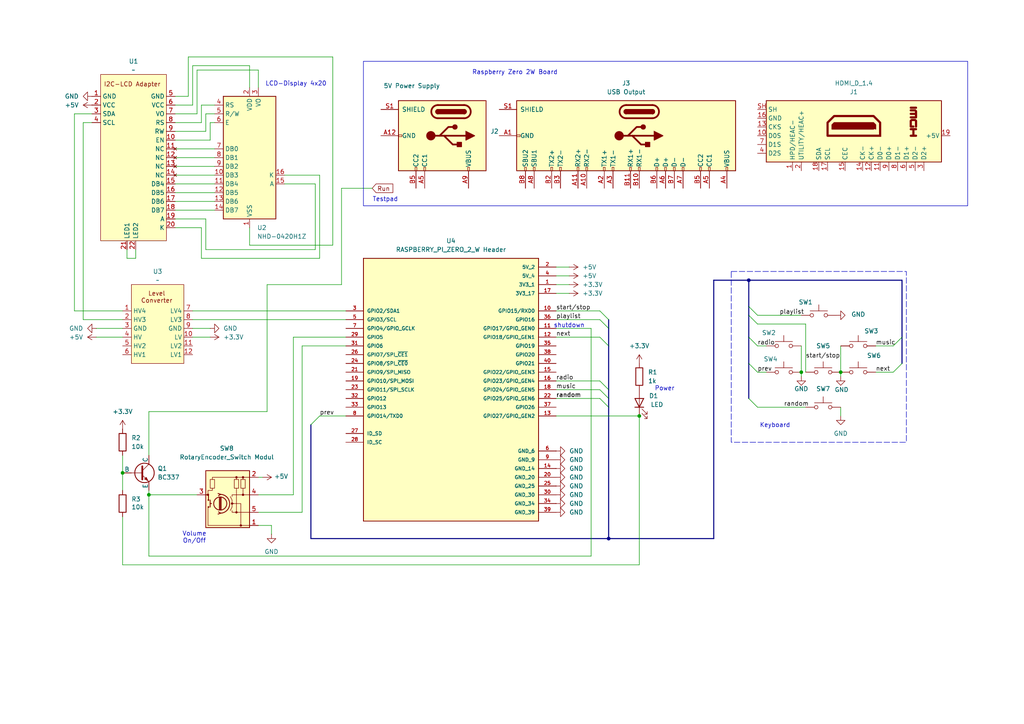
<source format=kicad_sch>
(kicad_sch (version 20231120) (generator "eeschema") (generator_version "8.0")
  (paper "A4")
  (lib_symbols
    (symbol "Connector:HDMI_D_1.4"
      (property "Reference" "J" (at -6.35 26.67 0))
      (property "Value" "HDMI_D_1.4" (at 10.16 26.67 0))
      (symbol "HDMI_D_1.4_0_0"
        (polyline (pts (xy 8.128 16.51) (xy 8.128 18.034)) (stroke (width 0.635)))
        (polyline (pts (xy 0 16.51) (xy 0 18.034) (xy 0 17.272) (xy 1.905 17.272) (xy 1.905 18.034) (xy 1.905 16.51)) (stroke (width 0.635)))
        (polyline (pts (xy 2.667 18.034) (xy 4.318 18.034) (xy 4.572 17.78) (xy 4.572 16.764) (xy 4.318 16.51) (xy 2.667 16.51) (xy 2.667 17.272)) (stroke (width 0.635)))
      )
      (symbol "HDMI_D_1.4_0_1"
        (rectangle (start -7.62 25.4) (end 10.16 -25.4) (stroke (width 0.254)) (fill (type background)))
        (polyline (pts (xy 0 7.62) (xy 3.81 7.62) (xy 5.715 5.715) (xy 5.715 -5.715) (xy 3.81 -7.62) (xy 0 -7.62) (xy 0 7.62)) (stroke (width 0.635)))
        (polyline (pts (xy 1.905 6.35) (xy 3.175 6.35) (xy 3.81 5.715) (xy 3.81 -5.715) (xy 3.175 -6.35) (xy 1.905 -6.35) (xy 1.905 5.715)) (stroke (width 0.254)) (fill (type outline)))
        (polyline (pts (xy 5.334 16.51) (xy 5.334 18.034) (xy 6.35 18.034) (xy 6.35 16.51) (xy 6.35 18.034) (xy 7.112 18.034) (xy 7.366 17.78) (xy 7.366 16.51)) (stroke (width 0.635)))
      )
      (symbol "HDMI_D_1.4_1_1"
        (pin passive line (at -10.16 -17.78 0) (length 2.54) (name "HPD/HEAC-") (number "1"))
        (pin power_in line (at 0 -27.94 90) (length 2.54) (name "D0S") (number "10"))
        (pin passive line (at -10.16 7.62 0) (length 2.54) (name "D0-") (number "11"))
        (pin passive line (at -10.16 5.08 0) (length 2.54) (name "CK+") (number "12"))
        (pin power_in line (at 2.54 -27.94 90) (length 2.54) (name "CKS") (number "13"))
        (pin passive line (at -10.16 2.54 0) (length 2.54) (name "CK-") (number "14"))
        (pin bidirectional line (at -10.16 -2.54 0) (length 2.54) (name "CEC") (number "15"))
        (pin power_in line (at 5.08 -27.94 90) (length 2.54) (name "GND") (number "16"))
        (pin passive line (at -10.16 -7.62 0) (length 2.54) (name "SCL") (number "17"))
        (pin bidirectional line (at -10.16 -10.16 0) (length 2.54) (name "SDA") (number "18"))
        (pin power_in line (at 0 27.94 270) (length 2.54) (name "+5V") (number "19"))
        (pin passive line (at -10.16 -15.24 0) (length 2.54) (name "UTILITY/HEAC+") (number "2"))
        (pin passive line (at -10.16 20.32 0) (length 2.54) (name "D2+") (number "3"))
        (pin power_in line (at -5.08 -27.94 90) (length 2.54) (name "D2S") (number "4"))
        (pin passive line (at -10.16 17.78 0) (length 2.54) (name "D2-") (number "5"))
        (pin passive line (at -10.16 15.24 0) (length 2.54) (name "D1+") (number "6"))
        (pin power_in line (at -2.54 -27.94 90) (length 2.54) (name "D1S") (number "7"))
        (pin passive line (at -10.16 12.7 0) (length 2.54) (name "D1-") (number "8"))
        (pin passive line (at -10.16 10.16 0) (length 2.54) (name "D0+") (number "9"))
        (pin passive line (at 7.62 -27.94 90) (length 2.54) (name "SH") (number "SH"))
      )
    )
    (symbol "Connector:USB_C_Receptacle" (pin_names (offset 1.016))
      (property "Reference" "J" (at -10.16 29.21 0))
      (property "Value" "USB_C_Receptacle" (at 10.16 29.21 0))
      (symbol "USB_C_Receptacle_0_0"
        (rectangle (start -0.254 -35.56) (end 0.254 -34.544))
        (rectangle (start 10.16 -32.766) (end 9.144 -33.274))
        (rectangle (start 10.16 -30.226) (end 9.144 -30.734))
        (rectangle (start 10.16 -25.146) (end 9.144 -25.654))
        (rectangle (start 10.16 -22.606) (end 9.144 -23.114))
        (rectangle (start 10.16 -17.526) (end 9.144 -18.034))
        (rectangle (start 10.16 -14.986) (end 9.144 -15.494))
        (rectangle (start 10.16 -9.906) (end 9.144 -10.414))
        (rectangle (start 10.16 -7.366) (end 9.144 -7.874))
        (rectangle (start 10.16 -2.286) (end 9.144 -2.794))
        (rectangle (start 10.16 0.254) (end 9.144 -0.254))
        (rectangle (start 10.16 5.334) (end 9.144 4.826))
        (rectangle (start 10.16 7.874) (end 9.144 7.366))
        (rectangle (start 10.16 10.414) (end 9.144 9.906))
        (rectangle (start 10.16 12.954) (end 9.144 12.446))
        (rectangle (start 10.16 18.034) (end 9.144 17.526))
        (rectangle (start 10.16 20.574) (end 9.144 20.066))
        (rectangle (start 10.16 25.654) (end 9.144 25.146))
      )
      (symbol "USB_C_Receptacle_0_1"
        (rectangle (start -10.16 27.94) (end 10.16 -35.56) (stroke (width 0.254)) (fill (type background)))
        (arc (start -8.89 -3.81) (mid -6.985 -5.7067) (end -5.08 -3.81) (stroke (width 0.508)))
        (arc (start -7.62 -3.81) (mid -6.985 -4.4423) (end -6.35 -3.81) (stroke (width 0.254)))
        (arc (start -7.62 -3.81) (mid -6.985 -4.4423) (end -6.35 -3.81) (stroke (width 0.254)) (fill (type outline)))
        (rectangle (start -7.62 -3.81) (end -6.35 3.81) (stroke (width 0.254)) (fill (type outline)))
        (arc (start -6.35 3.81) (mid -6.985 4.4423) (end -7.62 3.81) (stroke (width 0.254)))
        (arc (start -6.35 3.81) (mid -6.985 4.4423) (end -7.62 3.81) (stroke (width 0.254)) (fill (type outline)))
        (arc (start -5.08 3.81) (mid -6.985 5.7067) (end -8.89 3.81) (stroke (width 0.508)))
        (polyline (pts (xy -8.89 -3.81) (xy -8.89 3.81)) (stroke (width 0.508)))
        (polyline (pts (xy -5.08 3.81) (xy -5.08 -3.81)) (stroke (width 0.508)))
      )
      (symbol "USB_C_Receptacle_1_1"
        (circle (center -2.54 1.143) (radius 0.635) (stroke (width 0.254)) (fill (type outline)))
        (circle (center 0 -5.842) (radius 1.27) (fill (type outline)))
        (polyline (pts (xy 0 -5.842) (xy 0 4.318)) (stroke (width 0.508)))
        (polyline (pts (xy 0 -3.302) (xy -2.54 -0.762) (xy -2.54 0.508)) (stroke (width 0.508)))
        (polyline (pts (xy 0 -2.032) (xy 2.54 0.508) (xy 2.54 1.778)) (stroke (width 0.508)))
        (polyline (pts (xy -1.27 4.318) (xy 0 6.858) (xy 1.27 4.318) (xy -1.27 4.318)) (stroke (width 0.254)) (fill (type outline)))
        (rectangle (start 1.905 1.778) (end 3.175 3.048) (stroke (width 0.254)) (fill (type outline)))
        (pin passive line (at 0 -40.64 90) (length 5.08) (name "GND") (number "A1"))
        (pin bidirectional line (at 15.24 -15.24 180) (length 5.08) (name "RX2-") (number "A10"))
        (pin bidirectional line (at 15.24 -17.78 180) (length 5.08) (name "RX2+") (number "A11"))
        (pin passive line (at 0 -40.64 90) (length 5.08) hide (name "GND") (number "A12"))
        (pin bidirectional line (at 15.24 -10.16 180) (length 5.08) (name "TX1+") (number "A2"))
        (pin bidirectional line (at 15.24 -7.62 180) (length 5.08) (name "TX1-") (number "A3"))
        (pin passive line (at 15.24 25.4 180) (length 5.08) (name "VBUS") (number "A4"))
        (pin bidirectional line (at 15.24 20.32 180) (length 5.08) (name "CC1") (number "A5"))
        (pin bidirectional line (at 15.24 7.62 180) (length 5.08) (name "D+") (number "A6"))
        (pin bidirectional line (at 15.24 12.7 180) (length 5.08) (name "D-") (number "A7"))
        (pin bidirectional line (at 15.24 -30.48 180) (length 5.08) (name "SBU1") (number "A8"))
        (pin passive line (at 15.24 25.4 180) (length 5.08) hide (name "VBUS") (number "A9"))
        (pin passive line (at 0 -40.64 90) (length 5.08) hide (name "GND") (number "B1"))
        (pin bidirectional line (at 15.24 0 180) (length 5.08) (name "RX1-") (number "B10"))
        (pin bidirectional line (at 15.24 -2.54 180) (length 5.08) (name "RX1+") (number "B11"))
        (pin passive line (at 0 -40.64 90) (length 5.08) hide (name "GND") (number "B12"))
        (pin bidirectional line (at 15.24 -25.4 180) (length 5.08) (name "TX2+") (number "B2"))
        (pin bidirectional line (at 15.24 -22.86 180) (length 5.08) (name "TX2-") (number "B3"))
        (pin passive line (at 15.24 25.4 180) (length 5.08) hide (name "VBUS") (number "B4"))
        (pin bidirectional line (at 15.24 17.78 180) (length 5.08) (name "CC2") (number "B5"))
        (pin bidirectional line (at 15.24 5.08 180) (length 5.08) (name "D+") (number "B6"))
        (pin bidirectional line (at 15.24 10.16 180) (length 5.08) (name "D-") (number "B7"))
        (pin bidirectional line (at 15.24 -33.02 180) (length 5.08) (name "SBU2") (number "B8"))
        (pin passive line (at 15.24 25.4 180) (length 5.08) hide (name "VBUS") (number "B9"))
        (pin passive line (at -7.62 -40.64 90) (length 5.08) (name "SHIELD") (number "S1"))
      )
    )
    (symbol "Connector:USB_C_Receptacle_PowerOnly_6P" (pin_names (offset 1.016))
      (property "Reference" "J" (at 0 16.51 0))
      (property "Value" "USB_C_Receptacle_PowerOnly_6P" (at 0 13.97 0))
      (symbol "USB_C_Receptacle_PowerOnly_6P_0_0"
        (rectangle (start -0.254 -12.7) (end 0.254 -11.684))
        (rectangle (start 10.16 -7.366) (end 9.144 -7.874))
        (rectangle (start 10.16 -4.826) (end 9.144 -5.334))
        (rectangle (start 10.16 7.874) (end 9.144 7.366))
      )
      (symbol "USB_C_Receptacle_PowerOnly_6P_0_1"
        (rectangle (start -10.16 12.7) (end 10.16 -12.7) (stroke (width 0.254)) (fill (type background)))
        (arc (start -8.89 -1.27) (mid -6.985 -3.1667) (end -5.08 -1.27) (stroke (width 0.508)))
        (arc (start -7.62 -1.27) (mid -6.985 -1.9023) (end -6.35 -1.27) (stroke (width 0.254)))
        (arc (start -7.62 -1.27) (mid -6.985 -1.9023) (end -6.35 -1.27) (stroke (width 0.254)) (fill (type outline)))
        (rectangle (start -7.62 -1.27) (end -6.35 6.35) (stroke (width 0.254)) (fill (type outline)))
        (arc (start -6.35 6.35) (mid -6.985 6.9823) (end -7.62 6.35) (stroke (width 0.254)))
        (arc (start -6.35 6.35) (mid -6.985 6.9823) (end -7.62 6.35) (stroke (width 0.254)) (fill (type outline)))
        (arc (start -5.08 6.35) (mid -6.985 8.2467) (end -8.89 6.35) (stroke (width 0.508)))
        (circle (center -2.54 3.683) (radius 0.635) (stroke (width 0.254)) (fill (type outline)))
        (circle (center 0 -3.302) (radius 1.27) (fill (type outline)))
        (polyline (pts (xy -8.89 -1.27) (xy -8.89 6.35)) (stroke (width 0.508)))
        (polyline (pts (xy -5.08 6.35) (xy -5.08 -1.27)) (stroke (width 0.508)))
        (polyline (pts (xy 0 -3.302) (xy 0 6.858)) (stroke (width 0.508)))
        (polyline (pts (xy 0 -0.762) (xy -2.54 1.778) (xy -2.54 3.048)) (stroke (width 0.508)))
        (polyline (pts (xy 0 0.508) (xy 2.54 3.048) (xy 2.54 4.318)) (stroke (width 0.508)))
        (polyline (pts (xy -1.27 6.858) (xy 0 9.398) (xy 1.27 6.858) (xy -1.27 6.858)) (stroke (width 0.254)) (fill (type outline)))
        (rectangle (start 1.905 4.318) (end 3.175 5.588) (stroke (width 0.254)) (fill (type outline)))
      )
      (symbol "USB_C_Receptacle_PowerOnly_6P_1_1"
        (pin passive line (at 0 -17.78 90) (length 5.08) (name "GND") (number "A12"))
        (pin bidirectional line (at 15.24 -5.08 180) (length 5.08) (name "CC1") (number "A5"))
        (pin passive line (at 15.24 7.62 180) (length 5.08) (name "VBUS") (number "A9"))
        (pin passive line (at 0 -17.78 90) (length 5.08) hide (name "GND") (number "B12"))
        (pin bidirectional line (at 15.24 -7.62 180) (length 5.08) (name "CC2") (number "B5"))
        (pin passive line (at 15.24 7.62 180) (length 5.08) hide (name "VBUS") (number "B9"))
        (pin passive line (at -7.62 -17.78 90) (length 5.08) (name "SHIELD") (number "S1"))
      )
    )
    (symbol "Device:LED" (pin_numbers hide) (pin_names (offset 1.016) hide)
      (property "Reference" "D" (at 0 2.54 0))
      (property "Value" "LED" (at 0 -2.54 0))
      (symbol "LED_0_1"
        (polyline (pts (xy -1.27 -1.27) (xy -1.27 1.27)) (stroke (width 0.254)))
        (polyline (pts (xy -1.27 0) (xy 1.27 0)))
        (polyline (pts (xy 1.27 -1.27) (xy 1.27 1.27) (xy -1.27 0) (xy 1.27 -1.27)) (stroke (width 0.254)))
        (polyline (pts (xy -3.048 -0.762) (xy -4.572 -2.286) (xy -3.81 -2.286) (xy -4.572 -2.286) (xy -4.572 -1.524)))
        (polyline (pts (xy -1.778 -0.762) (xy -3.302 -2.286) (xy -2.54 -2.286) (xy -3.302 -2.286) (xy -3.302 -1.524)))
      )
      (symbol "LED_1_1"
        (pin passive line (at -3.81 0 0) (length 2.54) (name "K") (number "1"))
        (pin passive line (at 3.81 0 180) (length 2.54) (name "A") (number "2"))
      )
    )
    (symbol "Device:R" (pin_numbers hide) (pin_names (offset 0))
      (property "Reference" "R" (at 2.032 0 90))
      (property "Value" "R" (at 0 0 90))
      (symbol "R_0_1"
        (rectangle (start -1.016 -2.54) (end 1.016 2.54) (stroke (width 0.254)))
      )
      (symbol "R_1_1"
        (pin passive line (at 0 3.81 270) (length 1.27) (name "~") (number "1"))
        (pin passive line (at 0 -3.81 90) (length 1.27) (name "~") (number "2"))
      )
    )
    (symbol "Device:RotaryEncoder_Switch" (pin_names (offset 0.254) hide)
      (property "Reference" "SW1" (at 1.524 16.002 0))
      (property "Value" "RotaryEncoder_Switch Modul" (at 1.524 13.462 0))
      (symbol "RotaryEncoder_Switch_0_1"
        (rectangle (start -5.08 9.525) (end 7.62 -6.985) (stroke (width 0.254)) (fill (type background)))
        (rectangle (start -3.81 6.985) (end -2.54 4.445))
        (rectangle (start -1.905 6.985) (end -0.635 4.445))
        (polyline (pts (xy -5.08 -6.35) (xy -5.08 -6.35)))
        (polyline (pts (xy -5.08 -2.54) (xy -1.27 -2.54)))
        (polyline (pts (xy -5.08 2.54) (xy -1.27 2.54)))
        (polyline (pts (xy -2.54 -6.35) (xy -5.08 -6.35)))
        (polyline (pts (xy -2.54 -6.35) (xy 6.985 -6.35)))
        (polyline (pts (xy 3.175 -1.778) (xy 3.175 1.778)) (stroke (width 0.254)))
        (polyline (pts (xy 3.429 -1.778) (xy 3.429 1.778)) (stroke (width 0.254)))
        (polyline (pts (xy 3.683 1.778) (xy 3.683 -1.778)) (stroke (width 0.254)))
        (polyline (pts (xy 6.35 0) (xy 5.969 0)) (stroke (width 0.254)))
        (polyline (pts (xy 6.35 1.016) (xy 6.35 -1.016)) (stroke (width 0.254)))
        (polyline (pts (xy 6.985 -1.27) (xy 6.985 -6.35)))
        (polyline (pts (xy -1.27 -2.54) (xy 0 -2.54) (xy 0 -2.032)))
        (polyline (pts (xy -1.27 0) (xy -2.54 0) (xy -2.54 -6.35)))
        (polyline (pts (xy -1.27 2.54) (xy 0 2.54) (xy 0 2.032)))
        (polyline (pts (xy 4.064 -3.048) (xy 3.302 -2.794) (xy 3.937 -2.413)) (stroke (width 0.254)))
        (polyline (pts (xy 4.064 2.921) (xy 3.302 2.667) (xy 3.937 2.286)) (stroke (width 0.254)))
        (polyline (pts (xy 7.62 2.54) (xy 6.858 2.54) (xy 6.858 1.016)) (stroke (width 0.254)))
        (polyline (pts (xy -1.27 0) (xy 0 0) (xy 0 -1.016) (xy 0.508 -2.032)))
        (polyline (pts (xy -0.508 0) (xy 0 0) (xy 0 1.016) (xy 0.508 2.032)))
        (circle (center 3.429 0) (radius 1.905) (stroke (width 0.254)))
        (arc (start 3.429 2.667) (mid 0.7112 -0.0635) (end 3.429 -2.794) (stroke (width 0.254)))
        (rectangle (start 5.08 6.985) (end 6.35 4.445))
        (circle (center 6.858 -1.016) (radius 0.127) (stroke (width 0.254)))
        (circle (center 6.858 1.016) (radius 0.127) (stroke (width 0.254)))
      )
      (symbol "RotaryEncoder_Switch_1_1"
        (circle (center -3.175 2.54) (radius 0.254) (fill (type outline)))
        (circle (center -3.175 7.62) (radius 0.254) (fill (type outline)))
        (circle (center -2.54 -6.35) (radius 0.254) (fill (type outline)))
        (circle (center -1.27 -2.54) (radius 0.254) (fill (type outline)))
        (circle (center -1.27 7.62) (radius 0.254) (fill (type outline)))
        (polyline (pts (xy -5.08 7.62) (xy -3.175 7.62)))
        (polyline (pts (xy -3.175 4.445) (xy -3.175 2.54)))
        (polyline (pts (xy -1.27 4.445) (xy -1.27 -2.54)))
        (polyline (pts (xy -1.27 6.985) (xy -1.27 7.62)))
        (polyline (pts (xy -3.175 6.985) (xy -3.175 7.62) (xy 5.715 7.62) (xy 5.715 6.985)))
        (polyline (pts (xy 5.715 4.445) (xy 5.715 3.81) (xy 6.985 3.81) (xy 6.985 2.54)))
        (circle (center 0 0) (radius 0.254) (fill (type outline)))
        (circle (center 6.985 2.54) (radius 0.254) (fill (type outline)))
        (pin passive line (at -7.62 -6.35 0) (length 2.54) (name "GND") (number "1"))
        (pin passive line (at -7.62 7.62 0) (length 2.54) (name "+") (number "2"))
        (pin passive line (at 10.16 2.54 180) (length 2.54) (name "SW") (number "3"))
        (pin passive line (at -7.62 2.54 0) (length 2.54) (name "DT") (number "4"))
        (pin passive line (at -7.62 -2.54 0) (length 2.54) (name "CLK") (number "5"))
      )
    )
    (symbol "Display_Character:NHD-0420H1Z"
      (property "Reference" "U" (at -6.35 19.05 0))
      (property "Value" "NHD-0420H1Z" (at 5.08 19.05 0))
      (symbol "NHD-0420H1Z_0_1"
        (rectangle (start -7.62 17.78) (end 7.62 -17.78) (stroke (width 0.254)) (fill (type background)))
      )
      (symbol "NHD-0420H1Z_1_1"
        (pin power_in line (at 0 -20.32 90) (length 2.54) (name "VSS") (number "1"))
        (pin bidirectional line (at -10.16 -5.08 0) (length 2.54) (name "DB3") (number "10"))
        (pin bidirectional line (at -10.16 -7.62 0) (length 2.54) (name "DB4") (number "11"))
        (pin bidirectional line (at -10.16 -10.16 0) (length 2.54) (name "DB5") (number "12"))
        (pin bidirectional line (at -10.16 -12.7 0) (length 2.54) (name "DB6") (number "13"))
        (pin bidirectional line (at -10.16 -15.24 0) (length 2.54) (name "DB7") (number "14"))
        (pin passive line (at 10.16 -7.62 180) (length 2.54) (name "A") (number "15"))
        (pin passive line (at 10.16 -5.08 180) (length 2.54) (name "K") (number "16"))
        (pin power_in line (at 0 20.32 270) (length 2.54) (name "VDD") (number "2"))
        (pin power_in line (at 2.54 20.32 270) (length 2.54) (name "VO") (number "3"))
        (pin input line (at -10.16 15.24 0) (length 2.54) (name "RS") (number "4"))
        (pin input line (at -10.16 12.7 0) (length 2.54) (name "R/W") (number "5"))
        (pin input line (at -10.16 10.16 0) (length 2.54) (name "E") (number "6"))
        (pin bidirectional line (at -10.16 2.54 0) (length 2.54) (name "DB0") (number "7"))
        (pin bidirectional line (at -10.16 0 0) (length 2.54) (name "DB1") (number "8"))
        (pin bidirectional line (at -10.16 -2.54 0) (length 2.54) (name "DB2") (number "9"))
      )
    )
    (symbol "My_Library:5to3.3"
      (property "Reference" "U" (at 0 0 0))
      (symbol "5to3.3_0_0"
        (pin unspecified line (at -8.89 -10.16 0) (length 2.54) (name "HV4") (number "1"))
        (pin power_in line (at 11.43 -17.78 180) (length 2.54) (name "LV") (number "10"))
        (pin unspecified line (at 11.43 -20.32 180) (length 2.54) (name "LV2") (number "11"))
        (pin unspecified line (at 11.43 -22.86 180) (length 2.54) (name "LV1") (number "12"))
        (pin unspecified line (at -8.89 -12.7 0) (length 2.54) (name "HV3") (number "2"))
        (pin power_in line (at -8.89 -15.24 0) (length 2.54) (name "GND") (number "3"))
        (pin power_in line (at -8.89 -17.78 0) (length 2.54) (name "HV") (number "4"))
        (pin unspecified line (at -8.89 -20.32 0) (length 2.54) (name "HV2") (number "5"))
        (pin unspecified line (at -8.89 -22.86 0) (length 2.54) (name "HV1") (number "6"))
        (pin unspecified line (at 11.43 -10.16 180) (length 2.54) (name "LV4") (number "7"))
        (pin unspecified line (at 11.43 -12.7 180) (length 2.54) (name "LV3") (number "8"))
        (pin power_in line (at 11.43 -15.24 180) (length 2.54) (name "GND") (number "9"))
      )
      (symbol "5to3.3_0_1"
        (rectangle (start -6.35 -2.54) (end 8.89 -25.4) (fill (type background)))
      )
      (symbol "5to3.3_1_1"
        (text "Level\nConverter" (at 1.016 -6.096 0) (effects (font (size 1.27 1.27))))
      )
    )
    (symbol "My_Library:I2C_LCD_Interface"
      (property "Reference" "U" (at -4.064 23.114 0))
      (symbol "I2C_LCD_Interface_0_0"
        (pin power_in line (at -11.43 13.97 0) (length 2.54) (name "GND") (number "1"))
        (pin no_connect line (at 12.7 -1.27 180) (length 2.54) (name "NC") (number "11"))
        (pin no_connect line (at 12.7 -3.81 180) (length 2.54) (name "NC") (number "12"))
        (pin no_connect line (at 12.7 -6.35 180) (length 2.54) (name "NC") (number "13"))
        (pin no_connect line (at 12.7 -8.89 180) (length 2.54) (name "NC") (number "14"))
        (pin passive line (at 12.7 -11.43 180) (length 2.54) (name "DB4") (number "15"))
        (pin passive line (at 12.7 -13.97 180) (length 2.54) (name "DB5") (number "16"))
        (pin passive line (at 12.7 -16.51 180) (length 2.54) (name "DB6") (number "17"))
        (pin passive line (at 12.7 -19.05 180) (length 2.54) (name "DB7") (number "18"))
        (pin passive line (at 12.7 -21.59 180) (length 2.54) (name "A") (number "19"))
        (pin power_in line (at -11.43 11.43 0) (length 2.54) (name "VCC") (number "2"))
        (pin passive line (at 12.7 -24.13 180) (length 2.54) (name "K") (number "20"))
        (pin passive line (at -1.27 -30.48 90) (length 2.54) (name "LED1") (number "21"))
        (pin passive line (at 1.27 -30.48 90) (length 2.54) (name "LED2") (number "22"))
        (pin bidirectional line (at -11.43 8.89 0) (length 2.54) (name "SDA") (number "3"))
        (pin bidirectional line (at -11.43 6.35 0) (length 2.54) (name "SCL") (number "4"))
        (pin passive line (at 12.7 8.89 180) (length 2.54) (name "VO") (number "7"))
        (pin passive line (at 12.7 6.35 180) (length 2.54) (name "RS") (number "8"))
        (pin passive line (at 12.7 3.81 180) (length 2.54) (name "RW") (number "9"))
      )
      (symbol "I2C_LCD_Interface_0_1"
        (rectangle (start -8.89 20.32) (end 10.16 -27.94) (fill (type background)))
      )
      (symbol "I2C_LCD_Interface_1_0"
        (pin passive line (at 12.7 1.27 180) (length 2.54) (name "EN") (number "10"))
        (pin power_in line (at 12.7 13.97 180) (length 2.54) (name "GND") (number "5"))
        (pin power_in line (at 12.7 11.43 180) (length 2.54) (name "VCC") (number "6"))
      )
      (symbol "I2C_LCD_Interface_1_1"
        (text "I2C-LCD Adapter" (at 0.254 17.526 0) (effects (font (size 1.27 1.27))))
      )
    )
    (symbol "RASPBERRY_PI_ZERO_2_W:RASPBERRY_PI_ZERO_2_W" (pin_names (offset 1.016))
      (property "Reference" "U" (at -25.42 39.3962 0))
      (property "Value" "RASPBERRY_PI_ZERO_2_W" (at -25.4191 -40.6687 0))
      (symbol "RASPBERRY_PI_ZERO_2_W_0_0"
        (rectangle (start -25.4 -38.1) (end 25.4 38.1) (stroke (width 0.254)) (fill (type background)))
        (pin power_in line (at 30.48 30.48 180) (length 5.08) (name "3V3_1") (number "1"))
        (pin bidirectional line (at 30.48 22.86 180) (length 5.08) (name "GPIO15/RXD0") (number "10"))
        (pin bidirectional line (at 30.48 17.78 180) (length 5.08) (name "GPIO17/GPIO_GEN0") (number "11"))
        (pin bidirectional line (at 30.48 15.24 180) (length 5.08) (name "GPIO18/GPIO_GEN1") (number "12"))
        (pin bidirectional line (at 30.48 -7.62 180) (length 5.08) (name "GPIO27/GPIO_GEN2") (number "13"))
        (pin power_in line (at 30.48 -22.86 180) (length 5.08) (name "GND_14") (number "14"))
        (pin bidirectional line (at 30.48 5.08 180) (length 5.08) (name "GPIO22/GPIO_GEN3") (number "15"))
        (pin bidirectional line (at 30.48 2.54 180) (length 5.08) (name "GPIO23/GPIO_GEN4") (number "16"))
        (pin power_in line (at 30.48 27.94 180) (length 5.08) (name "3V3_17") (number "17"))
        (pin bidirectional line (at 30.48 0 180) (length 5.08) (name "GPIO24/GPIO_GEN5") (number "18"))
        (pin bidirectional line (at -30.48 2.54 0) (length 5.08) (name "GPIO10/SPI_MOSI") (number "19"))
        (pin power_in line (at 30.48 35.56 180) (length 5.08) (name "5V_2") (number "2"))
        (pin power_in line (at 30.48 -25.4 180) (length 5.08) (name "GND_20") (number "20"))
        (pin bidirectional line (at -30.48 5.08 0) (length 5.08) (name "GPIO9/SPI_MISO") (number "21"))
        (pin bidirectional line (at 30.48 -2.54 180) (length 5.08) (name "GPIO25/GPIO_GEN6") (number "22"))
        (pin bidirectional line (at -30.48 0 0) (length 5.08) (name "GPIO11/SPI_SCLK") (number "23"))
        (pin bidirectional line (at -30.48 7.62 0) (length 5.08) (name "GPIO8/SPI_~{CE0}") (number "24"))
        (pin power_in line (at 30.48 -27.94 180) (length 5.08) (name "GND_25") (number "25"))
        (pin bidirectional line (at -30.48 10.16 0) (length 5.08) (name "GPIO7/SPI_~{CE1}") (number "26"))
        (pin bidirectional line (at -30.48 -12.7 0) (length 5.08) (name "ID_SD") (number "27"))
        (pin bidirectional line (at -30.48 -15.24 0) (length 5.08) (name "ID_SC") (number "28"))
        (pin bidirectional line (at -30.48 15.24 0) (length 5.08) (name "GPIO5") (number "29"))
        (pin bidirectional line (at -30.48 22.86 0) (length 5.08) (name "GPIO2/SDA1") (number "3"))
        (pin power_in line (at 30.48 -30.48 180) (length 5.08) (name "GND_30") (number "30"))
        (pin bidirectional line (at -30.48 12.7 0) (length 5.08) (name "GPIO6") (number "31"))
        (pin bidirectional line (at -30.48 -2.54 0) (length 5.08) (name "GPIO12") (number "32"))
        (pin bidirectional line (at -30.48 -5.08 0) (length 5.08) (name "GPIO13") (number "33"))
        (pin power_in line (at 30.48 -33.02 180) (length 5.08) (name "GND_34") (number "34"))
        (pin bidirectional line (at 30.48 12.7 180) (length 5.08) (name "GPIO19") (number "35"))
        (pin bidirectional line (at 30.48 20.32 180) (length 5.08) (name "GPIO16") (number "36"))
        (pin bidirectional line (at 30.48 -5.08 180) (length 5.08) (name "GPIO26") (number "37"))
        (pin bidirectional line (at 30.48 10.16 180) (length 5.08) (name "GPIO20") (number "38"))
        (pin power_in line (at 30.48 -35.56 180) (length 5.08) (name "GND_39") (number "39"))
        (pin power_in line (at 30.48 33.02 180) (length 5.08) (name "5V_4") (number "4"))
        (pin bidirectional line (at 30.48 7.62 180) (length 5.08) (name "GPIO21") (number "40"))
        (pin bidirectional line (at -30.48 20.32 0) (length 5.08) (name "GPIO3/SCL") (number "5"))
        (pin power_in line (at 30.48 -17.78 180) (length 5.08) (name "GND_6") (number "6"))
        (pin bidirectional line (at -30.48 17.78 0) (length 5.08) (name "GPIO4/GPIO_GCLK") (number "7"))
        (pin bidirectional line (at -30.48 -7.62 0) (length 5.08) (name "GPIO14/TXD0") (number "8"))
        (pin power_in line (at 30.48 -20.32 180) (length 5.08) (name "GND_9") (number "9"))
      )
    )
    (symbol "Simulation_SPICE:NPN" (pin_numbers hide) (pin_names (offset 0))
      (property "Reference" "Q" (at -2.54 7.62 0))
      (property "Value" "NPN" (at -2.54 5.08 0))
      (symbol "NPN_0_1"
        (polyline (pts (xy -2.54 0) (xy 0.635 0)) (stroke (width 0.1524)))
        (polyline (pts (xy 0.635 0.635) (xy 2.54 2.54)))
        (polyline (pts (xy 2.794 -1.27) (xy 2.794 -1.27)) (stroke (width 0.1524)))
        (polyline (pts (xy 2.794 -1.27) (xy 2.794 -1.27)) (stroke (width 0.1524)))
        (polyline (pts (xy 0.635 -0.635) (xy 2.54 -2.54) (xy 2.54 -2.54)))
        (polyline (pts (xy 0.635 1.905) (xy 0.635 -1.905) (xy 0.635 -1.905)) (stroke (width 0.508)))
        (polyline (pts (xy 1.27 -1.778) (xy 1.778 -1.27) (xy 2.286 -2.286) (xy 1.27 -1.778) (xy 1.27 -1.778)) (fill (type outline)))
        (circle (center 1.27 0) (radius 2.8194) (stroke (width 0.254)))
      )
      (symbol "NPN_1_1"
        (pin open_collector line (at 2.54 5.08 270) (length 2.54) (name "C") (number "1"))
        (pin input line (at -5.08 0 0) (length 2.54) (name "B") (number "2"))
        (pin open_emitter line (at 2.54 -5.08 90) (length 2.54) (name "E") (number "3"))
      )
    )
    (symbol "Switch:SW_Push" (pin_numbers hide) (pin_names (offset 1.016) hide)
      (property "Reference" "SW" (at 1.27 2.54 0))
      (property "Value" "SW_Push" (at 0 -1.524 0))
      (symbol "SW_Push_0_1"
        (circle (center -2.032 0) (radius 0.508))
        (polyline (pts (xy 0 1.27) (xy 0 3.048)))
        (polyline (pts (xy 2.54 1.27) (xy -2.54 1.27)))
        (circle (center 2.032 0) (radius 0.508))
        (pin passive line (at -5.08 0 0) (length 2.54) (name "1") (number "1"))
        (pin passive line (at 5.08 0 180) (length 2.54) (name "2") (number "2"))
      )
    )
    (symbol "power:+3.3V" (power) (pin_numbers hide) (pin_names (offset 0) hide)
      (property "Value" "+3.3V" (at 0 3.556 0))
      (symbol "+3.3V_0_1"
        (polyline (pts (xy -0.762 1.27) (xy 0 2.54)))
        (polyline (pts (xy 0 0) (xy 0 2.54)))
        (polyline (pts (xy 0 2.54) (xy 0.762 1.27)))
      )
      (symbol "+3.3V_1_1"
        (pin power_in line (at 0 0 90) (length 0) (name "~") (number "1"))
      )
    )
    (symbol "power:+5V" (power) (pin_numbers hide) (pin_names (offset 0) hide)
      (property "Value" "+5V" (at 0 3.556 0))
      (symbol "+5V_0_1"
        (polyline (pts (xy -0.762 1.27) (xy 0 2.54)))
        (polyline (pts (xy 0 0) (xy 0 2.54)))
        (polyline (pts (xy 0 2.54) (xy 0.762 1.27)))
      )
      (symbol "+5V_1_1"
        (pin power_in line (at 0 0 90) (length 0) (name "~") (number "1"))
      )
    )
    (symbol "power:GND" (power) (pin_numbers hide) (pin_names (offset 0) hide)
      (property "Value" "GND" (at 0 -3.81 0))
      (symbol "GND_0_1"
        (polyline (pts (xy 0 0) (xy 0 -1.27) (xy 1.27 -1.27) (xy 0 -2.54) (xy -1.27 -1.27) (xy 0 -1.27)))
      )
      (symbol "GND_1_1"
        (pin power_in line (at 0 0 270) (length 0) (name "~") (number "1"))
      )
    )
  )
  (junction (at 185.42 120.65))
  (junction (at 232.41 107.95))
  (junction (at 35.56 137.16))
  (junction (at 217.17 81.28))
  (junction (at 243.84 107.95))
  (junction (at 176.53 156.21))
  (junction (at 43.18 143.51))
  (bus_entry (at 173.99 92.71) (size 2.54 2.54))
  (bus_entry (at 173.99 115.57) (size 2.54 2.54))
  (bus_entry (at 217.17 105.41) (size 2.54 2.54))
  (bus_entry (at 261.62 105.41) (size -2.54 2.54))
  (bus_entry (at 219.71 118.11) (size -2.54 -2.54))
  (bus_entry (at 90.17 123.19) (size 2.54 -2.54))
  (bus_entry (at 173.99 113.03) (size 2.54 2.54))
  (bus_entry (at 173.99 97.79) (size 2.54 2.54))
  (bus_entry (at 173.99 90.17) (size 2.54 2.54))
  (bus_entry (at 217.17 91.44) (size 2.54 2.54))
  (bus_entry (at 173.99 110.49) (size 2.54 2.54))
  (bus_entry (at 217.17 97.79) (size 2.54 2.54))
  (bus_entry (at 261.62 97.79) (size -2.54 2.54))
  (bus_entry (at 217.17 88.9) (size 2.54 2.54))
  (wire (pts (xy 59.69 63.5) (xy 59.69 72.39)))
  (wire (pts (xy 21.59 33.02) (xy 21.59 90.17)))
  (wire (pts (xy 233.68 93.98) (xy 233.68 107.95)))
  (wire (pts (xy 43.18 143.51) (xy 57.15 143.51)))
  (wire (pts (xy 185.42 163.83) (xy 185.42 120.65)))
  (wire (pts (xy 72.39 71.12) (xy 72.39 66.04)))
  (bus (pts (xy 217.17 91.44) (xy 217.17 97.79)))
  (wire (pts (xy 50.8 45.72) (xy 62.23 45.72)))
  (wire (pts (xy 50.8 40.64) (xy 60.96 40.64)))
  (wire (pts (xy 74.93 143.51) (xy 85.09 143.51)))
  (wire (pts (xy 171.45 95.25) (xy 161.29 95.25)))
  (wire (pts (xy 59.69 33.02) (xy 62.23 33.02)))
  (wire (pts (xy 60.96 40.64) (xy 60.96 35.56)))
  (wire (pts (xy 58.42 74.93) (xy 92.71 74.93)))
  (wire (pts (xy 254 100.33) (xy 259.08 100.33)))
  (wire (pts (xy 161.29 120.65) (xy 185.42 120.65)))
  (bus (pts (xy 176.53 115.57) (xy 176.53 118.11)))
  (wire (pts (xy 77.47 82.55) (xy 77.47 119.38)))
  (wire (pts (xy 77.47 119.38) (xy 43.18 119.38)))
  (wire (pts (xy 50.8 30.48) (xy 55.88 30.48)))
  (wire (pts (xy 91.44 72.39) (xy 91.44 53.34)))
  (wire (pts (xy 35.56 137.16) (xy 35.56 142.24)))
  (wire (pts (xy 161.29 115.57) (xy 173.99 115.57)))
  (wire (pts (xy 55.88 95.25) (xy 60.96 95.25)))
  (wire (pts (xy 50.8 27.94) (xy 54.61 27.94)))
  (wire (pts (xy 43.18 119.38) (xy 43.18 132.08)))
  (wire (pts (xy 74.93 20.32) (xy 74.93 25.4)))
  (wire (pts (xy 78.74 152.4) (xy 78.74 154.94)))
  (wire (pts (xy 96.52 71.12) (xy 72.39 71.12)))
  (wire (pts (xy 74.93 148.59) (xy 87.63 148.59)))
  (wire (pts (xy 50.8 50.8) (xy 62.23 50.8)))
  (wire (pts (xy 232.41 100.33) (xy 232.41 107.95)))
  (wire (pts (xy 161.29 90.17) (xy 173.99 90.17)))
  (wire (pts (xy 39.37 74.93) (xy 39.37 72.39)))
  (wire (pts (xy 96.52 16.51) (xy 96.52 71.12)))
  (wire (pts (xy 55.88 30.48) (xy 55.88 19.05)))
  (wire (pts (xy 87.63 148.59) (xy 87.63 100.33)))
  (wire (pts (xy 58.42 66.04) (xy 58.42 74.93)))
  (wire (pts (xy 58.42 35.56) (xy 58.42 30.48)))
  (wire (pts (xy 219.71 93.98) (xy 233.68 93.98)))
  (wire (pts (xy 219.71 91.44) (xy 232.41 91.44)))
  (wire (pts (xy 171.45 161.29) (xy 171.45 95.25)))
  (bus (pts (xy 176.53 100.33) (xy 176.53 113.03)))
  (wire (pts (xy 161.29 85.09) (xy 165.1 85.09)))
  (wire (pts (xy 219.71 118.11) (xy 233.68 118.11)))
  (wire (pts (xy 43.18 143.51) (xy 43.18 161.29)))
  (wire (pts (xy 87.63 100.33) (xy 100.33 100.33)))
  (wire (pts (xy 92.71 74.93) (xy 92.71 50.8)))
  (wire (pts (xy 92.71 120.65) (xy 100.33 120.65)))
  (wire (pts (xy 243.84 100.33) (xy 243.84 107.95)))
  (wire (pts (xy 161.29 82.55) (xy 165.1 82.55)))
  (wire (pts (xy 219.71 107.95) (xy 222.25 107.95)))
  (wire (pts (xy 35.56 163.83) (xy 185.42 163.83)))
  (wire (pts (xy 55.88 97.79) (xy 60.96 97.79)))
  (wire (pts (xy 161.29 110.49) (xy 173.99 110.49)))
  (wire (pts (xy 232.41 109.22) (xy 232.41 107.95)))
  (wire (pts (xy 26.67 33.02) (xy 21.59 33.02)))
  (wire (pts (xy 55.88 92.71) (xy 100.33 92.71)))
  (bus (pts (xy 90.17 156.21) (xy 90.17 123.19)))
  (wire (pts (xy 54.61 16.51) (xy 54.61 27.94)))
  (bus (pts (xy 176.53 95.25) (xy 176.53 100.33)))
  (wire (pts (xy 50.8 55.88) (xy 62.23 55.88)))
  (wire (pts (xy 82.55 50.8) (xy 92.71 50.8)))
  (wire (pts (xy 57.15 33.02) (xy 57.15 20.32)))
  (wire (pts (xy 55.88 90.17) (xy 100.33 90.17)))
  (wire (pts (xy 58.42 30.48) (xy 62.23 30.48)))
  (wire (pts (xy 161.29 77.47) (xy 165.1 77.47)))
  (wire (pts (xy 55.88 19.05) (xy 72.39 19.05)))
  (wire (pts (xy 99.06 54.61) (xy 99.06 82.55)))
  (wire (pts (xy 27.94 97.79) (xy 35.56 97.79)))
  (wire (pts (xy 85.09 97.79) (xy 100.33 97.79)))
  (wire (pts (xy 50.8 35.56) (xy 58.42 35.56)))
  (bus (pts (xy 207.01 81.28) (xy 207.01 156.21)))
  (wire (pts (xy 35.56 132.08) (xy 35.56 137.16)))
  (wire (pts (xy 24.13 92.71) (xy 35.56 92.71)))
  (wire (pts (xy 24.13 35.56) (xy 24.13 92.71)))
  (wire (pts (xy 74.93 138.43) (xy 76.2 138.43)))
  (wire (pts (xy 27.94 95.25) (xy 35.56 95.25)))
  (wire (pts (xy 43.18 142.24) (xy 43.18 143.51)))
  (wire (pts (xy 219.71 100.33) (xy 222.25 100.33)))
  (wire (pts (xy 161.29 80.01) (xy 165.1 80.01)))
  (wire (pts (xy 74.93 152.4) (xy 78.74 152.4)))
  (wire (pts (xy 57.15 20.32) (xy 74.93 20.32)))
  (wire (pts (xy 36.83 74.93) (xy 39.37 74.93)))
  (wire (pts (xy 50.8 43.18) (xy 62.23 43.18)))
  (wire (pts (xy 60.96 35.56) (xy 62.23 35.56)))
  (wire (pts (xy 85.09 143.51) (xy 85.09 97.79)))
  (wire (pts (xy 43.18 161.29) (xy 171.45 161.29)))
  (wire (pts (xy 50.8 38.1) (xy 59.69 38.1)))
  (wire (pts (xy 50.8 66.04) (xy 58.42 66.04)))
  (wire (pts (xy 82.55 53.34) (xy 91.44 53.34)))
  (wire (pts (xy 54.61 16.51) (xy 96.52 16.51)))
  (bus (pts (xy 217.17 88.9) (xy 217.17 91.44)))
  (wire (pts (xy 161.29 92.71) (xy 173.99 92.71)))
  (wire (pts (xy 161.29 97.79) (xy 173.99 97.79)))
  (wire (pts (xy 50.8 53.34) (xy 62.23 53.34)))
  (bus (pts (xy 217.17 81.28) (xy 207.01 81.28)))
  (wire (pts (xy 243.84 109.22) (xy 243.84 107.95)))
  (bus (pts (xy 176.53 92.71) (xy 176.53 95.25)))
  (bus (pts (xy 261.62 81.28) (xy 217.17 81.28)))
  (wire (pts (xy 21.59 90.17) (xy 35.56 90.17)))
  (wire (pts (xy 59.69 38.1) (xy 59.69 33.02)))
  (wire (pts (xy 50.8 58.42) (xy 62.23 58.42)))
  (bus (pts (xy 217.17 105.41) (xy 217.17 115.57)))
  (wire (pts (xy 35.56 149.86) (xy 35.56 163.83)))
  (bus (pts (xy 90.17 156.21) (xy 176.53 156.21)))
  (bus (pts (xy 261.62 81.28) (xy 261.62 97.79)))
  (wire (pts (xy 26.67 35.56) (xy 24.13 35.56)))
  (wire (pts (xy 254 107.95) (xy 259.08 107.95)))
  (wire (pts (xy 50.8 48.26) (xy 62.23 48.26)))
  (wire (pts (xy 50.8 60.96) (xy 62.23 60.96)))
  (wire (pts (xy 161.29 113.03) (xy 173.99 113.03)))
  (wire (pts (xy 50.8 33.02) (xy 57.15 33.02)))
  (bus (pts (xy 217.17 97.79) (xy 217.17 105.41)))
  (wire (pts (xy 99.06 82.55) (xy 77.47 82.55)))
  (bus (pts (xy 261.62 97.79) (xy 261.62 105.41)))
  (bus (pts (xy 176.53 118.11) (xy 176.53 156.21)))
  (wire (pts (xy 107.95 54.61) (xy 99.06 54.61)))
  (wire (pts (xy 72.39 19.05) (xy 72.39 25.4)))
  (wire (pts (xy 50.8 63.5) (xy 59.69 63.5)))
  (bus (pts (xy 176.53 156.21) (xy 207.01 156.21)))
  (wire (pts (xy 59.69 72.39) (xy 91.44 72.39)))
  (bus (pts (xy 217.17 81.28) (xy 217.17 88.9)))
  (wire (pts (xy 36.83 72.39) (xy 36.83 74.93)))
  (wire (pts (xy 243.84 118.11) (xy 243.84 120.65)))
  (bus (pts (xy 176.53 113.03) (xy 176.53 115.57)))
  (rectangle (start 212.09 78.74) (end 262.89 128.27) (stroke (width 0) (type dash)))
  (rectangle (start 105.41 17.78) (end 280.67 59.69))
  (text "Raspberry Zero 2W Board" (at 149.352 21.082 0) (effects (font (size 1.27 1.27))))
  (text "LCD-Display 4x20" (at 85.852 24.384 0) (effects (font (size 1.27 1.27))))
  (text "Power" (at 192.786 112.776 0) (effects (font (size 1.27 1.27))))
  (text "Volume\nOn/Off" (at 56.388 155.956 0) (effects (font (size 1.27 1.27))))
  (text "Testpad" (at 111.76 57.912 0) (effects (font (size 1.27 1.27))))
  (text "shutdown" (at 165.1 94.488 0) (effects (font (size 1.27 1.27))))
  (text "Keyboard" (at 224.79 123.444 0) (effects (font (size 1.27 1.27))))
  (label "random" (at 227.33 118.11 0))
  (label "next" (at 161.29 97.79 0))
  (label "playlist" (at 161.29 92.71 0))
  (label "prev" (at 219.71 107.95 0))
  (label "prev" (at 92.71 120.65 0))
  (label "start{slash}stop" (at 233.68 104.14 0))
  (label "music" (at 254 100.33 0))
  (label "radio" (at 161.29 110.49 0))
  (label "radio" (at 219.71 100.33 0))
  (label "music" (at 161.29 113.03 0))
  (label "playlist" (at 226.06 91.44 0))
  (label "next" (at 254 107.95 0))
  (label "random" (at 161.29 115.57 0))
  (label "random" (at 161.29 115.57 0))
  (label "start{slash}stop" (at 161.29 90.17 0))
  (global_label "Run" (shape input) (at 107.95 54.61 0) (property "Intersheetrefs" "${INTERSHEET_REFS}" (effects (hide yes))))
  (symbol (lib_id "power:+5V") (at 165.1 77.47 270) (unit 1)
    (property "Reference" "#PWR03" (effects (hide yes)))
    (property "Value" "+5V" (at 168.91 77.4699 90) (effects (justify left)))
    (property "Description" "Power symbol creates a global label with name \"+5V\"" (effects (hide yes)))
  )
  (symbol (lib_id "Device:R") (at 35.56 146.05 0) (unit 1)
    (property "Reference" "R3" (at 38.1 144.7799 0) (effects (justify left)))
    (property "Value" "10k" (at 38.1 147.066 0) (effects (justify left)))
    (property "Description" "Resistor" (effects (hide yes)))
  )
  (symbol (lib_id "power:+3.3V") (at 185.42 105.41 0) (unit 1)
    (property "Reference" "#PWR012" (effects (hide yes)))
    (property "Value" "+3.3V" (at 185.42 100.33 0))
    (property "Description" "Power symbol creates a global label with name \"+3.3V\"" (effects (hide yes)))
  )
  (symbol (lib_id "power:+5V") (at 76.2 138.43 270) (unit 1)
    (property "Reference" "#PWR020" (effects (hide yes)))
    (property "Value" "+5V" (at 79.502 138.176 90) (effects (justify left)))
    (property "Description" "Power symbol creates a global label with name \"+5V\"" (effects (hide yes)))
  )
  (symbol (lib_id "Switch:SW_Push") (at 238.76 118.11 0) (unit 1)
    (property "Reference" "SW7" (at 238.76 112.776 0))
    (property "Value" "~" (at 238.76 113.03 0))
    (property "Description" "Push button switch, generic, two pins" (effects (hide yes)))
  )
  (symbol (lib_id "power:+5V") (at 165.1 80.01 270) (unit 1)
    (property "Reference" "#PWR04" (effects (hide yes)))
    (property "Value" "+5V" (at 168.91 80.0099 90) (effects (justify left)))
    (property "Description" "Power symbol creates a global label with name \"+5V\"" (effects (hide yes)))
  )
  (symbol (lib_id "Switch:SW_Push") (at 248.92 107.95 0) (unit 1)
    (property "Reference" "SW6" (at 253.492 103.124 0))
    (property "Value" "next" (effects (hide yes)))
    (property "Description" "Push button switch, generic, two pins" (effects (hide yes)))
  )
  (symbol (lib_id "power:GND") (at 161.29 138.43 90) (unit 1)
    (property "Reference" "#PWR021" (effects (hide yes)))
    (property "Value" "GND" (at 165.1 138.4299 90) (effects (justify right)))
    (property "Description" "Power symbol creates a global label with name \"GND\" , ground" (effects (hide yes)))
  )
  (symbol (lib_id "Switch:SW_Push") (at 237.49 91.44 0) (unit 1)
    (property "Reference" "SW1" (at 233.68 87.63 0))
    (property "Value" "SW_Push" (effects (hide yes)))
    (property "Description" "Push button switch, generic, two pins" (effects (hide yes)))
  )
  (symbol (lib_id "RASPBERRY_PI_ZERO_2_W:RASPBERRY_PI_ZERO_2_W") (at 130.81 113.03 0) (unit 1)
    (property "Reference" "U4" (at 130.81 69.85 0))
    (property "Value" "RASPBERRY_PI_ZERO_2_W Header" (at 130.81 72.39 0))
    (property "Footprint" "RASPBERRY_PI_ZERO_2_W:MODULE_RASPBERRY_PI_ZERO_2_W" (effects (hide yes)))
    (property "MF" "Raspberry Pi" (effects (hide yes)))
    (property "Description_1" "\nAt the heart of Raspberry Pi Zero 2 W is RP3A0, a custom-built system-in-package designed by Raspberry Pi in the UK.\n" (effects (hide yes)))
    (property "Package" "None" (effects (hide yes)))
    (property "Price" "None" (effects (hide yes)))
    (property "Check_prices" "https://www.snapeda.com/parts/RASPBERRY%20PI%20ZERO%202%20W/Raspberry+Pi/view-part/?ref=eda" (effects (hide yes)))
    (property "STANDARD" "Manufacturer Recommendations" (effects (hide yes)))
    (property "PARTREV" "April 2024" (effects (hide yes)))
    (property "SnapEDA_Link" "https://www.snapeda.com/parts/RASPBERRY%20PI%20ZERO%202%20W/Raspberry+Pi/view-part/?ref=snap" (effects (hide yes)))
    (property "MP" "RASPBERRY PI ZERO 2 W" (effects (hide yes)))
    (property "Availability" "In Stock" (effects (hide yes)))
    (property "MANUFACTURER" "Raspberry Pi" (effects (hide yes)))
  )
  (symbol (lib_id "power:GND") (at 243.84 120.65 0) (unit 1)
    (property "Reference" "#PWR015" (effects (hide yes)))
    (property "Value" "GND" (at 243.84 125.73 0))
    (property "Description" "Power symbol creates a global label with name \"GND\" , ground" (effects (hide yes)))
  )
  (symbol (lib_id "power:GND") (at 161.29 143.51 90) (unit 1)
    (property "Reference" "#PWR023" (effects (hide yes)))
    (property "Value" "GND" (at 165.1 143.5099 90) (effects (justify right)))
    (property "Description" "Power symbol creates a global label with name \"GND\" , ground" (effects (hide yes)))
  )
  (symbol (lib_id "power:GND") (at 161.29 133.35 90) (unit 1)
    (property "Reference" "#PWR018" (effects (hide yes)))
    (property "Value" "GND" (at 165.1 133.3499 90) (effects (justify right)))
    (property "Description" "Power symbol creates a global label with name \"GND\" , ground" (effects (hide yes)))
  )
  (symbol (lib_id "power:GND") (at 242.57 91.44 90) (unit 1)
    (property "Reference" "#PWR07" (effects (hide yes)))
    (property "Value" "GND" (at 246.888 91.186 90) (effects (justify right)))
    (property "Description" "Power symbol creates a global label with name \"GND\" , ground" (effects (hide yes)))
  )
  (symbol (lib_id "power:GND") (at 232.41 109.22 0) (unit 1)
    (property "Reference" "#PWR013" (effects (hide yes)))
    (property "Value" "GND" (at 232.41 112.776 0))
    (property "Description" "Power symbol creates a global label with name \"GND\" , ground" (effects (hide yes)))
  )
  (symbol (lib_id "Simulation_SPICE:NPN") (at 40.64 137.16 0) (unit 1)
    (property "Reference" "Q1" (at 45.72 135.8899 0) (effects (justify left)))
    (property "Value" "BC337" (at 45.72 138.4299 0) (effects (justify left)))
    (property "Datasheet" "https://ngspice.sourceforge.io/docs/ngspice-html-manual/manual.xhtml#cha_BJTs" (effects (hide yes)))
    (property "Description" "Bipolar transistor symbol for simulation only, substrate tied to the emitter" (effects (hide yes)))
    (property "Sim.Device" "NPN" (effects (hide yes)))
    (property "Sim.Type" "GUMMELPOON" (effects (hide yes)))
    (property "Sim.Pins" "1=C 2=B 3=E" (effects (hide yes)))
  )
  (symbol (lib_id "power:GND") (at 60.96 95.25 90) (unit 1)
    (property "Reference" "#PWR09" (effects (hide yes)))
    (property "Value" "GND" (at 64.77 95.2499 90) (effects (justify right)))
    (property "Description" "Power symbol creates a global label with name \"GND\" , ground" (effects (hide yes)))
  )
  (symbol (lib_id "power:GND") (at 161.29 130.81 90) (unit 1)
    (property "Reference" "#PWR017" (effects (hide yes)))
    (property "Value" "GND" (at 165.1 130.8099 90) (effects (justify right)))
    (property "Description" "Power symbol creates a global label with name \"GND\" , ground" (effects (hide yes)))
  )
  (symbol (lib_id "Device:LED") (at 185.42 116.84 90) (unit 1)
    (property "Reference" "D1" (at 188.214 114.808 90) (effects (justify right)))
    (property "Value" "LED" (at 188.722 117.348 90) (effects (justify right)))
    (property "Description" "Light emitting diode" (effects (hide yes)))
  )
  (symbol (lib_id "power:GND") (at 27.94 95.25 270) (unit 1)
    (property "Reference" "#PWR08" (effects (hide yes)))
    (property "Value" "GND" (at 24.13 95.2499 90) (effects (justify right)))
    (property "Description" "Power symbol creates a global label with name \"GND\" , ground" (effects (hide yes)))
  )
  (symbol (lib_id "Connector:USB_C_Receptacle_PowerOnly_6P") (at 128.27 39.37 270) (unit 1)
    (property "Reference" "J2" (at 142.24 38.0999 90) (effects (justify left)))
    (property "Value" "5V Power Supply" (at 111.252 24.892 90) (effects (justify left)))
    (property "Datasheet" "https://www.usb.org/sites/default/files/documents/usb_type-c.zip" (effects (hide yes)))
    (property "Description" "USB Power-Only 6P Type-C Receptacle connector" (effects (hide yes)))
  )
  (symbol (lib_id "power:+3.3V") (at 165.1 82.55 270) (unit 1)
    (property "Reference" "#PWR05" (effects (hide yes)))
    (property "Value" "+3.3V" (at 168.91 82.5499 90) (effects (justify left)))
    (property "Description" "Power symbol creates a global label with name \"+3.3V\"" (effects (hide yes)))
  )
  (symbol (lib_id "power:GND") (at 26.67 27.94 270) (unit 1)
    (property "Reference" "#PWR01" (effects (hide yes)))
    (property "Value" "GND" (at 22.86 27.9399 90) (effects (justify right)))
    (property "Description" "Power symbol creates a global label with name \"GND\" , ground" (effects (hide yes)))
  )
  (symbol (lib_id "power:GND") (at 161.29 148.59 90) (unit 1)
    (property "Reference" "#PWR025" (effects (hide yes)))
    (property "Value" "GND" (at 165.1 148.5899 90) (effects (justify right)))
    (property "Description" "Power symbol creates a global label with name \"GND\" , ground" (effects (hide yes)))
  )
  (symbol (lib_id "Connector:USB_C_Receptacle") (at 185.42 39.37 270) (unit 1)
    (property "Reference" "J3" (at 181.61 24.13 90))
    (property "Value" "USB Output" (at 181.61 26.67 90))
    (property "Datasheet" "https://www.usb.org/sites/default/files/documents/usb_type-c.zip" (effects (hide yes)))
    (property "Description" "USB Full-Featured Type-C Receptacle connector" (effects (hide yes)))
  )
  (symbol (lib_id "Device:R") (at 35.56 128.27 0) (unit 1)
    (property "Reference" "R2" (at 38.1 126.9999 0) (effects (justify left)))
    (property "Value" "10k" (at 38.1 129.5399 0) (effects (justify left)))
    (property "Description" "Resistor" (effects (hide yes)))
  )
  (symbol (lib_id "Switch:SW_Push") (at 227.33 107.95 0) (unit 1)
    (property "Reference" "SW4" (at 223.52 104.14 0))
    (property "Value" "prev" (effects (hide yes)))
    (property "Description" "Push button switch, generic, two pins" (effects (hide yes)))
  )
  (symbol (lib_id "Device:RotaryEncoder_Switch") (at 67.31 146.05 0) (mirror y) (unit 1)
    (property "Reference" "SW8" (at 65.786 130.048 0))
    (property "Value" "RotaryEncoder_Switch Modul" (at 65.786 132.588 0))
    (property "Description" "Rotary encoder, dual channel, incremental quadrate outputs, with switch" (effects (hide yes)))
  )
  (symbol (lib_id "Switch:SW_Push") (at 238.76 107.95 0) (unit 1)
    (property "Reference" "SW5" (at 238.76 100.33 0))
    (property "Value" "Start/Stop" (effects (hide yes)))
    (property "Description" "Push button switch, generic, two pins" (effects (hide yes)))
  )
  (symbol (lib_id "Display_Character:NHD-0420H1Z") (at 72.39 45.72 0) (unit 1)
    (property "Reference" "U2" (at 74.5841 66.04 0) (effects (justify left)))
    (property "Value" "NHD-0420H1Z" (at 74.5841 68.58 0) (effects (justify left)))
    (property "Footprint" "Display:NHD-0420H1Z" (effects (hide yes)))
    (property "Datasheet" "http://www.newhavendisplay.com/specs/NHD-0420H1Z-FSW-GBW-33V3.pdf" (effects (hide yes)))
    (property "Description" "LCD 20x4 Alphanumeric 16pin Blue/White/Green Backlight, 8bit parallel, 3.3V VDD" (effects (hide yes)))
  )
  (symbol (lib_id "Device:R") (at 185.42 109.22 0) (unit 1)
    (property "Reference" "R1" (at 187.96 107.9499 0) (effects (justify left)))
    (property "Value" "1k" (at 187.96 110.4899 0) (effects (justify left)))
    (property "Description" "Resistor" (effects (hide yes)))
  )
  (symbol (lib_id "power:GND") (at 161.29 135.89 90) (unit 1)
    (property "Reference" "#PWR019" (effects (hide yes)))
    (property "Value" "GND" (at 165.1 135.8899 90) (effects (justify right)))
    (property "Description" "Power symbol creates a global label with name \"GND\" , ground" (effects (hide yes)))
  )
  (symbol (lib_id "power:+5V") (at 26.67 30.48 90) (unit 1)
    (property "Reference" "#PWR02" (effects (hide yes)))
    (property "Value" "+5V" (at 22.86 30.4799 90) (effects (justify left)))
    (property "Description" "Power symbol creates a global label with name \"+5V\"" (effects (hide yes)))
  )
  (symbol (lib_id "Switch:SW_Push") (at 248.92 100.33 0) (unit 1)
    (property "Reference" "SW3" (at 252.73 96.012 0))
    (property "Value" "music" (effects (hide yes)))
    (property "Description" "Push button switch, generic, two pins" (effects (hide yes)))
  )
  (symbol (lib_id "power:GND") (at 78.74 154.94 0) (unit 1)
    (property "Reference" "#PWR026" (effects (hide yes)))
    (property "Value" "GND" (at 78.74 160.02 0))
    (property "Description" "Power symbol creates a global label with name \"GND\" , ground" (effects (hide yes)))
  )
  (symbol (lib_id "My_Library:5to3.3") (at 44.45 80.01 0) (unit 1)
    (property "Reference" "U3" (at 45.72 78.74 0))
    (property "Value" "~" (at 45.72 81.28 0))
  )
  (symbol (lib_id "power:GND") (at 161.29 146.05 90) (unit 1)
    (property "Reference" "#PWR024" (effects (hide yes)))
    (property "Value" "GND" (at 165.1 146.0499 90) (effects (justify right)))
    (property "Description" "Power symbol creates a global label with name \"GND\" , ground" (effects (hide yes)))
  )
  (symbol (lib_id "power:+3.3V") (at 60.96 97.79 270) (unit 1)
    (property "Reference" "#PWR011" (effects (hide yes)))
    (property "Value" "+3.3V" (at 64.77 97.7899 90) (effects (justify left)))
    (property "Description" "Power symbol creates a global label with name \"+3.3V\"" (effects (hide yes)))
  )
  (symbol (lib_id "power:+3.3V") (at 35.56 124.46 0) (unit 1)
    (property "Reference" "#PWR016" (effects (hide yes)))
    (property "Value" "+3.3V" (at 35.56 119.38 0))
    (property "Description" "Power symbol creates a global label with name \"+3.3V\"" (effects (hide yes)))
  )
  (symbol (lib_id "power:+5V") (at 27.94 97.79 90) (unit 1)
    (property "Reference" "#PWR010" (effects (hide yes)))
    (property "Value" "+5V" (at 24.13 97.7899 90) (effects (justify left)))
    (property "Description" "Power symbol creates a global label with name \"+5V\"" (effects (hide yes)))
  )
  (symbol (lib_id "power:GND") (at 161.29 140.97 90) (unit 1)
    (property "Reference" "#PWR022" (effects (hide yes)))
    (property "Value" "GND" (at 165.1 140.9699 90) (effects (justify right)))
    (property "Description" "Power symbol creates a global label with name \"GND\" , ground" (effects (hide yes)))
  )
  (symbol (lib_id "power:GND") (at 243.84 109.22 0) (unit 1)
    (property "Reference" "#PWR014" (effects (hide yes)))
    (property "Value" "GND" (at 244.094 113.03 0))
    (property "Description" "Power symbol creates a global label with name \"GND\" , ground" (effects (hide yes)))
  )
  (symbol (lib_id "Switch:SW_Push") (at 227.33 100.33 0) (unit 1)
    (property "Reference" "SW2" (at 223.012 96.52 0))
    (property "Value" "radio" (effects (hide yes)))
    (property "Description" "Push button switch, generic, two pins" (effects (hide yes)))
  )
  (symbol (lib_id "My_Library:I2C_LCD_Interface") (at 38.1 41.91 0) (unit 1)
    (property "Reference" "U1" (at 38.735 17.78 0))
    (property "Value" "~" (at 38.735 20.32 0))
  )
  (symbol (lib_id "Connector:HDMI_D_1.4") (at 247.65 39.37 270) (mirror x) (unit 1)
    (property "Reference" "J1" (at 247.65 26.67 90))
    (property "Value" "HDMI_D_1.4" (at 247.65 24.13 90))
    (property "Datasheet" "http://pinoutguide.com/PortableDevices/micro_hdmi_type_d_pinout.shtml" (effects (hide yes)))
    (property "Description" "HDMI 1.4+ type D connector" (effects (hide yes)))
  )
  (symbol (lib_id "power:+3.3V") (at 165.1 85.09 270) (unit 1)
    (property "Reference" "#PWR06" (effects (hide yes)))
    (property "Value" "+3.3V" (at 168.91 85.0899 90) (effects (justify left)))
    (property "Description" "Power symbol creates a global label with name \"+3.3V\"" (effects (hide yes)))
  )
)
</source>
